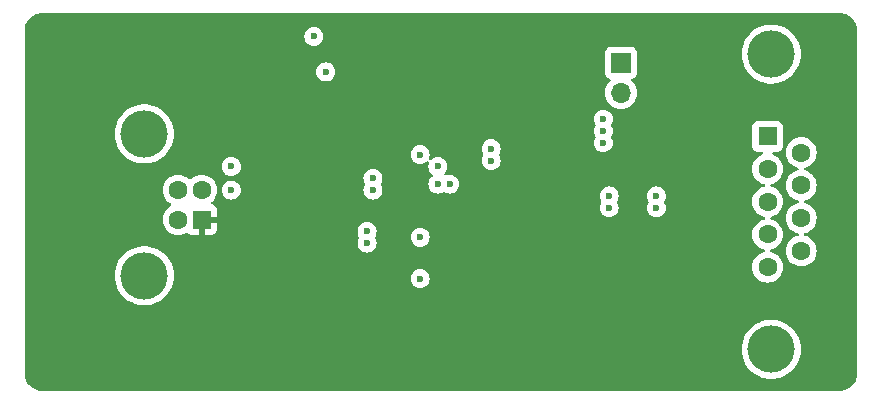
<source format=gbr>
%TF.GenerationSoftware,KiCad,Pcbnew,8.0.1*%
%TF.CreationDate,2024-05-16T00:38:26+09:00*%
%TF.ProjectId,USB-to-RS485-Converter-Small,5553422d-746f-42d5-9253-3438352d436f,1.0*%
%TF.SameCoordinates,Original*%
%TF.FileFunction,Copper,L2,Inr*%
%TF.FilePolarity,Positive*%
%FSLAX46Y46*%
G04 Gerber Fmt 4.6, Leading zero omitted, Abs format (unit mm)*
G04 Created by KiCad (PCBNEW 8.0.1) date 2024-05-16 00:38:26*
%MOMM*%
%LPD*%
G01*
G04 APERTURE LIST*
%TA.AperFunction,ComponentPad*%
%ADD10R,1.600000X1.600000*%
%TD*%
%TA.AperFunction,ComponentPad*%
%ADD11C,1.600000*%
%TD*%
%TA.AperFunction,ComponentPad*%
%ADD12C,4.000000*%
%TD*%
%TA.AperFunction,ComponentPad*%
%ADD13R,1.700000X1.700000*%
%TD*%
%TA.AperFunction,ComponentPad*%
%ADD14O,1.700000X1.700000*%
%TD*%
%TA.AperFunction,ViaPad*%
%ADD15C,0.600000*%
%TD*%
G04 APERTURE END LIST*
D10*
%TO.N,/VCC*%
%TO.C,J2*%
X124187500Y-102087500D03*
D11*
%TO.N,Net-(J2-D-)*%
X124187500Y-99587500D03*
%TO.N,Net-(J2-D+)*%
X122187500Y-99587500D03*
%TO.N,/GND*%
X122187500Y-102087500D03*
D12*
X119327500Y-106837500D03*
X119327500Y-94837500D03*
%TD*%
D13*
%TO.N,Net-(D5-A1)*%
%TO.C,J1*%
X159687500Y-88812500D03*
D14*
%TO.N,Net-(J1-Pin_2)*%
X159687500Y-91352500D03*
%TD*%
D12*
%TO.N,/GND*%
%TO.C,J3*%
X172407169Y-113077500D03*
X172407169Y-88077500D03*
D10*
%TO.N,unconnected-(J3-Pad1)*%
X172107169Y-95037500D03*
D11*
%TO.N,unconnected-(J3-Pad2)*%
X172107169Y-97807500D03*
%TO.N,Net-(FL1-Pad4)*%
X172107169Y-100577500D03*
%TO.N,unconnected-(J3-Pad4)*%
X172107169Y-103347500D03*
%TO.N,/GND*%
X172107169Y-106117500D03*
%TO.N,unconnected-(J3-Pad6)*%
X174947169Y-96422500D03*
%TO.N,Net-(FL1-Pad3)*%
X174947169Y-99192500D03*
%TO.N,unconnected-(J3-Pad8)*%
X174947169Y-101962500D03*
%TO.N,unconnected-(J3-Pad9)*%
X174947169Y-104732500D03*
%TD*%
D15*
%TO.N,/GND*%
X148687500Y-96087500D03*
X162687500Y-100087500D03*
X158187500Y-93587500D03*
X138687500Y-98587500D03*
X158187500Y-95587500D03*
X144187500Y-99087500D03*
X138687500Y-99587500D03*
X158687500Y-100087500D03*
X145187500Y-99087500D03*
X158187500Y-94587500D03*
X158687500Y-101087500D03*
X162687500Y-101087500D03*
X148687500Y-97087500D03*
%TO.N,Net-(U1-3V3OUT)*%
X142687500Y-103587500D03*
X142687500Y-107087500D03*
%TO.N,{slash}TXLED*%
X142687500Y-96587500D03*
X133687500Y-86587500D03*
%TO.N,{slash}RXLED*%
X144187500Y-97587500D03*
X134687500Y-89587500D03*
%TO.N,Net-(J2-D+)*%
X126687500Y-97587500D03*
X138187500Y-104087500D03*
%TO.N,Net-(J2-D-)*%
X138187500Y-103087500D03*
X126687500Y-99587500D03*
%TD*%
%TA.AperFunction,Conductor*%
%TO.N,/VCC*%
G36*
X178191918Y-84588316D02*
G01*
X178392061Y-84602630D01*
X178409563Y-84605147D01*
X178601297Y-84646855D01*
X178618255Y-84651834D01*
X178802109Y-84720409D01*
X178818201Y-84727759D01*
X178990404Y-84821788D01*
X179005284Y-84831349D01*
X179162367Y-84948941D01*
X179175737Y-84960527D01*
X179314472Y-85099262D01*
X179326058Y-85112632D01*
X179443646Y-85269710D01*
X179453211Y-85284595D01*
X179547240Y-85456798D01*
X179554590Y-85472890D01*
X179623162Y-85656736D01*
X179628146Y-85673712D01*
X179669851Y-85865431D01*
X179672369Y-85882942D01*
X179686684Y-86083080D01*
X179687000Y-86091927D01*
X179687000Y-115083072D01*
X179686684Y-115091919D01*
X179672369Y-115292057D01*
X179669851Y-115309568D01*
X179628146Y-115501287D01*
X179623162Y-115518263D01*
X179554590Y-115702109D01*
X179547240Y-115718201D01*
X179453211Y-115890404D01*
X179443646Y-115905289D01*
X179326058Y-116062367D01*
X179314472Y-116075737D01*
X179175737Y-116214472D01*
X179162367Y-116226058D01*
X179005289Y-116343646D01*
X178990404Y-116353211D01*
X178818201Y-116447240D01*
X178802109Y-116454590D01*
X178618263Y-116523162D01*
X178601287Y-116528146D01*
X178409568Y-116569851D01*
X178392057Y-116572369D01*
X178211279Y-116585299D01*
X178191917Y-116586684D01*
X178183072Y-116587000D01*
X110691928Y-116587000D01*
X110683082Y-116586684D01*
X110661122Y-116585113D01*
X110482942Y-116572369D01*
X110465431Y-116569851D01*
X110273712Y-116528146D01*
X110256736Y-116523162D01*
X110072890Y-116454590D01*
X110056798Y-116447240D01*
X109884595Y-116353211D01*
X109869710Y-116343646D01*
X109712632Y-116226058D01*
X109699262Y-116214472D01*
X109560527Y-116075737D01*
X109548941Y-116062367D01*
X109431349Y-115905284D01*
X109421788Y-115890404D01*
X109327759Y-115718201D01*
X109320409Y-115702109D01*
X109259591Y-115539051D01*
X109251834Y-115518255D01*
X109246855Y-115501297D01*
X109205147Y-115309563D01*
X109202630Y-115292056D01*
X109195539Y-115192916D01*
X109188316Y-115091918D01*
X109188000Y-115083072D01*
X109188000Y-113077505D01*
X169901725Y-113077505D01*
X169921479Y-113391504D01*
X169921480Y-113391511D01*
X169980439Y-113700583D01*
X170077666Y-113999816D01*
X170077668Y-113999821D01*
X170211630Y-114284503D01*
X170211633Y-114284509D01*
X170380220Y-114550161D01*
X170380223Y-114550165D01*
X170580775Y-114792590D01*
X170580777Y-114792592D01*
X170810137Y-115007976D01*
X170810147Y-115007984D01*
X171064673Y-115192908D01*
X171064678Y-115192910D01*
X171064685Y-115192916D01*
X171340403Y-115344494D01*
X171340408Y-115344496D01*
X171340410Y-115344497D01*
X171340411Y-115344498D01*
X171632940Y-115460318D01*
X171632943Y-115460319D01*
X171826275Y-115509958D01*
X171937696Y-115538566D01*
X172003179Y-115546838D01*
X172249839Y-115577999D01*
X172249848Y-115577999D01*
X172249851Y-115578000D01*
X172249853Y-115578000D01*
X172564485Y-115578000D01*
X172564487Y-115578000D01*
X172564490Y-115577999D01*
X172564498Y-115577999D01*
X172750762Y-115554468D01*
X172876642Y-115538566D01*
X173181394Y-115460319D01*
X173181397Y-115460318D01*
X173473926Y-115344498D01*
X173473927Y-115344497D01*
X173473925Y-115344497D01*
X173473935Y-115344494D01*
X173749653Y-115192916D01*
X174004199Y-115007978D01*
X174233559Y-114792594D01*
X174434116Y-114550163D01*
X174602706Y-114284507D01*
X174736672Y-113999815D01*
X174833900Y-113700579D01*
X174892857Y-113391515D01*
X174912613Y-113077500D01*
X174892857Y-112763485D01*
X174833900Y-112454421D01*
X174736672Y-112155185D01*
X174602706Y-111870493D01*
X174434116Y-111604837D01*
X174434114Y-111604834D01*
X174233562Y-111362409D01*
X174233560Y-111362407D01*
X174004200Y-111147023D01*
X174004190Y-111147015D01*
X173749664Y-110962091D01*
X173749657Y-110962086D01*
X173749653Y-110962084D01*
X173473935Y-110810506D01*
X173473932Y-110810504D01*
X173473927Y-110810502D01*
X173473926Y-110810501D01*
X173181397Y-110694681D01*
X173181394Y-110694680D01*
X172876645Y-110616434D01*
X172876632Y-110616432D01*
X172564498Y-110577000D01*
X172564487Y-110577000D01*
X172249851Y-110577000D01*
X172249839Y-110577000D01*
X171937705Y-110616432D01*
X171937692Y-110616434D01*
X171632943Y-110694680D01*
X171632940Y-110694681D01*
X171340411Y-110810501D01*
X171340410Y-110810502D01*
X171064685Y-110962084D01*
X171064673Y-110962091D01*
X170810147Y-111147015D01*
X170810137Y-111147023D01*
X170580777Y-111362407D01*
X170580775Y-111362409D01*
X170380223Y-111604834D01*
X170380220Y-111604838D01*
X170211633Y-111870490D01*
X170211630Y-111870496D01*
X170077668Y-112155178D01*
X170077666Y-112155183D01*
X169980439Y-112454416D01*
X169921480Y-112763488D01*
X169921479Y-112763495D01*
X169901725Y-113077494D01*
X169901725Y-113077505D01*
X109188000Y-113077505D01*
X109188000Y-106837505D01*
X116822056Y-106837505D01*
X116841810Y-107151504D01*
X116841811Y-107151511D01*
X116841812Y-107151515D01*
X116896275Y-107437023D01*
X116900770Y-107460583D01*
X116997997Y-107759816D01*
X116997999Y-107759821D01*
X117131961Y-108044503D01*
X117131964Y-108044509D01*
X117300551Y-108310161D01*
X117300554Y-108310165D01*
X117501106Y-108552590D01*
X117501108Y-108552592D01*
X117730468Y-108767976D01*
X117730478Y-108767984D01*
X117985004Y-108952908D01*
X117985009Y-108952910D01*
X117985016Y-108952916D01*
X118260734Y-109104494D01*
X118260739Y-109104496D01*
X118260741Y-109104497D01*
X118260742Y-109104498D01*
X118553271Y-109220318D01*
X118553274Y-109220319D01*
X118858023Y-109298565D01*
X118858027Y-109298566D01*
X118923510Y-109306838D01*
X119170170Y-109337999D01*
X119170179Y-109337999D01*
X119170182Y-109338000D01*
X119170184Y-109338000D01*
X119484816Y-109338000D01*
X119484818Y-109338000D01*
X119484821Y-109337999D01*
X119484829Y-109337999D01*
X119671093Y-109314468D01*
X119796973Y-109298566D01*
X120101725Y-109220319D01*
X120101728Y-109220318D01*
X120394257Y-109104498D01*
X120394258Y-109104497D01*
X120394256Y-109104497D01*
X120394266Y-109104494D01*
X120669984Y-108952916D01*
X120924530Y-108767978D01*
X121153890Y-108552594D01*
X121354447Y-108310163D01*
X121523037Y-108044507D01*
X121657003Y-107759815D01*
X121754231Y-107460579D01*
X121813188Y-107151515D01*
X121815325Y-107117547D01*
X121817215Y-107087503D01*
X141881935Y-107087503D01*
X141902130Y-107266749D01*
X141902131Y-107266754D01*
X141961711Y-107437023D01*
X141976515Y-107460583D01*
X142057684Y-107589762D01*
X142185238Y-107717316D01*
X142337978Y-107813289D01*
X142508245Y-107872868D01*
X142508250Y-107872869D01*
X142687496Y-107893065D01*
X142687500Y-107893065D01*
X142687504Y-107893065D01*
X142866749Y-107872869D01*
X142866752Y-107872868D01*
X142866755Y-107872868D01*
X143037022Y-107813289D01*
X143189762Y-107717316D01*
X143317316Y-107589762D01*
X143413289Y-107437022D01*
X143472868Y-107266755D01*
X143472869Y-107266749D01*
X143493065Y-107087503D01*
X143493065Y-107087496D01*
X143472869Y-106908250D01*
X143472868Y-106908245D01*
X143413288Y-106737976D01*
X143317315Y-106585237D01*
X143189762Y-106457684D01*
X143037023Y-106361711D01*
X142866754Y-106302131D01*
X142866749Y-106302130D01*
X142687504Y-106281935D01*
X142687496Y-106281935D01*
X142508250Y-106302130D01*
X142508245Y-106302131D01*
X142337976Y-106361711D01*
X142185237Y-106457684D01*
X142057684Y-106585237D01*
X141961711Y-106737976D01*
X141902131Y-106908245D01*
X141902130Y-106908250D01*
X141881935Y-107087496D01*
X141881935Y-107087503D01*
X121817215Y-107087503D01*
X121832944Y-106837505D01*
X121832944Y-106837494D01*
X121813189Y-106523495D01*
X121813188Y-106523488D01*
X121813188Y-106523485D01*
X121754231Y-106214421D01*
X121722740Y-106117501D01*
X170801701Y-106117501D01*
X170821533Y-106344186D01*
X170821535Y-106344197D01*
X170880427Y-106563988D01*
X170880430Y-106563997D01*
X170976600Y-106770232D01*
X170976601Y-106770234D01*
X171107123Y-106956641D01*
X171268027Y-107117545D01*
X171268030Y-107117547D01*
X171454435Y-107248068D01*
X171660673Y-107344239D01*
X171880477Y-107403135D01*
X172042399Y-107417301D01*
X172107167Y-107422968D01*
X172107169Y-107422968D01*
X172107171Y-107422968D01*
X172163842Y-107418009D01*
X172333861Y-107403135D01*
X172553665Y-107344239D01*
X172759903Y-107248068D01*
X172946308Y-107117547D01*
X173107216Y-106956639D01*
X173237737Y-106770234D01*
X173333908Y-106563996D01*
X173392804Y-106344192D01*
X173412637Y-106117500D01*
X173392804Y-105890808D01*
X173333908Y-105671004D01*
X173237737Y-105464766D01*
X173107216Y-105278361D01*
X173107214Y-105278358D01*
X172946310Y-105117454D01*
X172759903Y-104986932D01*
X172759901Y-104986931D01*
X172553666Y-104890761D01*
X172553657Y-104890758D01*
X172431135Y-104857929D01*
X172410031Y-104852274D01*
X172350371Y-104815910D01*
X172319842Y-104753063D01*
X172322301Y-104732501D01*
X173641701Y-104732501D01*
X173661533Y-104959186D01*
X173661535Y-104959197D01*
X173720427Y-105178988D01*
X173720430Y-105178997D01*
X173816600Y-105385232D01*
X173816601Y-105385234D01*
X173947123Y-105571641D01*
X174108027Y-105732545D01*
X174108030Y-105732547D01*
X174294435Y-105863068D01*
X174500673Y-105959239D01*
X174720477Y-106018135D01*
X174882399Y-106032301D01*
X174947167Y-106037968D01*
X174947169Y-106037968D01*
X174947171Y-106037968D01*
X175003842Y-106033009D01*
X175173861Y-106018135D01*
X175393665Y-105959239D01*
X175599903Y-105863068D01*
X175786308Y-105732547D01*
X175947216Y-105571639D01*
X176077737Y-105385234D01*
X176173908Y-105178996D01*
X176232804Y-104959192D01*
X176252637Y-104732500D01*
X176251308Y-104717315D01*
X176232804Y-104505813D01*
X176232804Y-104505808D01*
X176173908Y-104286004D01*
X176077737Y-104079766D01*
X175947216Y-103893361D01*
X175947214Y-103893358D01*
X175786310Y-103732454D01*
X175599903Y-103601932D01*
X175599901Y-103601931D01*
X175393666Y-103505761D01*
X175393657Y-103505758D01*
X175271135Y-103472929D01*
X175250031Y-103467274D01*
X175190371Y-103430910D01*
X175159842Y-103368063D01*
X175168137Y-103298688D01*
X175212622Y-103244810D01*
X175250031Y-103227725D01*
X175393665Y-103189239D01*
X175599903Y-103093068D01*
X175786308Y-102962547D01*
X175947216Y-102801639D01*
X176077737Y-102615234D01*
X176173908Y-102408996D01*
X176232804Y-102189192D01*
X176252637Y-101962500D01*
X176248366Y-101913688D01*
X176243944Y-101863135D01*
X176232804Y-101735808D01*
X176173908Y-101516004D01*
X176077737Y-101309766D01*
X175947216Y-101123361D01*
X175947214Y-101123358D01*
X175786310Y-100962454D01*
X175599903Y-100831932D01*
X175599901Y-100831931D01*
X175393666Y-100735761D01*
X175393657Y-100735758D01*
X175271135Y-100702929D01*
X175250031Y-100697274D01*
X175190371Y-100660910D01*
X175159842Y-100598063D01*
X175168137Y-100528688D01*
X175212622Y-100474810D01*
X175250031Y-100457725D01*
X175393665Y-100419239D01*
X175599903Y-100323068D01*
X175786308Y-100192547D01*
X175947216Y-100031639D01*
X176077737Y-99845234D01*
X176173908Y-99638996D01*
X176232804Y-99419192D01*
X176252637Y-99192500D01*
X176248366Y-99143688D01*
X176237679Y-99021529D01*
X176232804Y-98965808D01*
X176173908Y-98746004D01*
X176077737Y-98539766D01*
X175953063Y-98361711D01*
X175947214Y-98353358D01*
X175786310Y-98192454D01*
X175599903Y-98061932D01*
X175599901Y-98061931D01*
X175393666Y-97965761D01*
X175393657Y-97965758D01*
X175271135Y-97932929D01*
X175250031Y-97927274D01*
X175190371Y-97890910D01*
X175159842Y-97828063D01*
X175168137Y-97758688D01*
X175212622Y-97704810D01*
X175250031Y-97687725D01*
X175393665Y-97649239D01*
X175599903Y-97553068D01*
X175786308Y-97422547D01*
X175947216Y-97261639D01*
X176077737Y-97075234D01*
X176173908Y-96868996D01*
X176232804Y-96649192D01*
X176251366Y-96437024D01*
X176252637Y-96422501D01*
X176252637Y-96422498D01*
X176242809Y-96310163D01*
X176232804Y-96195808D01*
X176173908Y-95976004D01*
X176077737Y-95769766D01*
X175947216Y-95583361D01*
X175947214Y-95583358D01*
X175786310Y-95422454D01*
X175599903Y-95291932D01*
X175599901Y-95291931D01*
X175393666Y-95195761D01*
X175393657Y-95195758D01*
X175173866Y-95136866D01*
X175173862Y-95136865D01*
X175173861Y-95136865D01*
X175173860Y-95136864D01*
X175173855Y-95136864D01*
X174947171Y-95117032D01*
X174947167Y-95117032D01*
X174720482Y-95136864D01*
X174720471Y-95136866D01*
X174500680Y-95195758D01*
X174500671Y-95195761D01*
X174294436Y-95291931D01*
X174294434Y-95291932D01*
X174108027Y-95422454D01*
X173947123Y-95583358D01*
X173816601Y-95769765D01*
X173816600Y-95769767D01*
X173720430Y-95976002D01*
X173720427Y-95976011D01*
X173661535Y-96195802D01*
X173661533Y-96195813D01*
X173641701Y-96422498D01*
X173641701Y-96422501D01*
X173661533Y-96649186D01*
X173661535Y-96649197D01*
X173720427Y-96868988D01*
X173720430Y-96868997D01*
X173816600Y-97075232D01*
X173816601Y-97075234D01*
X173947123Y-97261641D01*
X174108027Y-97422545D01*
X174108030Y-97422547D01*
X174294435Y-97553068D01*
X174500673Y-97649239D01*
X174500678Y-97649240D01*
X174500680Y-97649241D01*
X174644305Y-97687725D01*
X174703966Y-97724090D01*
X174734495Y-97786937D01*
X174726200Y-97856312D01*
X174681715Y-97910190D01*
X174644305Y-97927275D01*
X174500680Y-97965758D01*
X174500671Y-97965761D01*
X174294436Y-98061931D01*
X174294434Y-98061932D01*
X174108027Y-98192454D01*
X173947123Y-98353358D01*
X173816601Y-98539765D01*
X173816600Y-98539767D01*
X173720430Y-98746002D01*
X173720427Y-98746011D01*
X173661535Y-98965802D01*
X173661533Y-98965813D01*
X173641701Y-99192498D01*
X173641701Y-99192501D01*
X173661533Y-99419186D01*
X173661535Y-99419197D01*
X173720427Y-99638988D01*
X173720430Y-99638997D01*
X173816600Y-99845232D01*
X173816601Y-99845234D01*
X173947123Y-100031641D01*
X174108027Y-100192545D01*
X174108030Y-100192547D01*
X174294435Y-100323068D01*
X174500673Y-100419239D01*
X174500678Y-100419240D01*
X174500680Y-100419241D01*
X174644305Y-100457725D01*
X174703966Y-100494090D01*
X174734495Y-100556937D01*
X174726200Y-100626312D01*
X174681715Y-100680190D01*
X174644305Y-100697275D01*
X174500680Y-100735758D01*
X174500671Y-100735761D01*
X174294436Y-100831931D01*
X174294434Y-100831932D01*
X174108027Y-100962454D01*
X173947123Y-101123358D01*
X173816601Y-101309765D01*
X173816600Y-101309767D01*
X173720430Y-101516002D01*
X173720427Y-101516011D01*
X173661535Y-101735802D01*
X173661533Y-101735813D01*
X173641701Y-101962498D01*
X173641701Y-101962501D01*
X173661533Y-102189186D01*
X173661535Y-102189197D01*
X173720427Y-102408988D01*
X173720430Y-102408997D01*
X173816600Y-102615232D01*
X173816601Y-102615234D01*
X173947123Y-102801641D01*
X174108027Y-102962545D01*
X174108030Y-102962547D01*
X174294435Y-103093068D01*
X174500673Y-103189239D01*
X174500678Y-103189240D01*
X174500680Y-103189241D01*
X174644305Y-103227725D01*
X174703966Y-103264090D01*
X174734495Y-103326937D01*
X174726200Y-103396312D01*
X174681715Y-103450190D01*
X174644305Y-103467275D01*
X174500680Y-103505758D01*
X174500671Y-103505761D01*
X174294436Y-103601931D01*
X174294434Y-103601932D01*
X174108027Y-103732454D01*
X173947123Y-103893358D01*
X173816601Y-104079765D01*
X173816600Y-104079767D01*
X173720430Y-104286002D01*
X173720427Y-104286011D01*
X173661535Y-104505802D01*
X173661533Y-104505813D01*
X173641701Y-104732498D01*
X173641701Y-104732501D01*
X172322301Y-104732501D01*
X172328137Y-104683688D01*
X172372622Y-104629810D01*
X172410031Y-104612725D01*
X172553665Y-104574239D01*
X172759903Y-104478068D01*
X172946308Y-104347547D01*
X173107216Y-104186639D01*
X173237737Y-104000234D01*
X173333908Y-103793996D01*
X173392804Y-103574192D01*
X173412637Y-103347500D01*
X173408366Y-103298688D01*
X173398549Y-103186475D01*
X173392804Y-103120808D01*
X173333908Y-102901004D01*
X173237737Y-102694766D01*
X173107216Y-102508361D01*
X173107214Y-102508358D01*
X172946310Y-102347454D01*
X172759903Y-102216932D01*
X172759901Y-102216931D01*
X172553666Y-102120761D01*
X172553657Y-102120758D01*
X172429525Y-102087498D01*
X172410031Y-102082274D01*
X172350371Y-102045910D01*
X172319842Y-101983063D01*
X172328137Y-101913688D01*
X172372622Y-101859810D01*
X172410031Y-101842725D01*
X172553665Y-101804239D01*
X172759903Y-101708068D01*
X172946308Y-101577547D01*
X173107216Y-101416639D01*
X173237737Y-101230234D01*
X173333908Y-101023996D01*
X173392804Y-100804192D01*
X173411873Y-100586236D01*
X173412637Y-100577501D01*
X173412637Y-100577498D01*
X173400347Y-100437022D01*
X173392804Y-100350808D01*
X173333908Y-100131004D01*
X173237737Y-99924766D01*
X173107216Y-99738361D01*
X173107214Y-99738358D01*
X172946310Y-99577454D01*
X172759903Y-99446932D01*
X172759901Y-99446931D01*
X172553666Y-99350761D01*
X172553657Y-99350758D01*
X172431135Y-99317929D01*
X172410031Y-99312274D01*
X172350371Y-99275910D01*
X172319842Y-99213063D01*
X172328137Y-99143688D01*
X172372622Y-99089810D01*
X172410031Y-99072725D01*
X172553665Y-99034239D01*
X172759903Y-98938068D01*
X172946308Y-98807547D01*
X173107216Y-98646639D01*
X173237737Y-98460234D01*
X173333908Y-98253996D01*
X173392804Y-98034192D01*
X173412637Y-97807500D01*
X173412167Y-97802132D01*
X173393587Y-97589762D01*
X173392804Y-97580808D01*
X173333908Y-97361004D01*
X173237737Y-97154766D01*
X173107216Y-96968361D01*
X173107214Y-96968358D01*
X172946310Y-96807454D01*
X172759903Y-96676932D01*
X172759901Y-96676931D01*
X172553666Y-96580761D01*
X172548571Y-96578907D01*
X172549328Y-96576825D01*
X172497786Y-96545408D01*
X172467257Y-96482561D01*
X172475552Y-96413186D01*
X172520038Y-96359308D01*
X172586590Y-96338034D01*
X172589521Y-96337999D01*
X172955041Y-96337999D01*
X173014652Y-96331591D01*
X173149500Y-96281296D01*
X173264715Y-96195046D01*
X173350965Y-96079831D01*
X173401260Y-95944983D01*
X173407669Y-95885373D01*
X173407668Y-94189628D01*
X173401260Y-94130017D01*
X173385874Y-94088766D01*
X173350966Y-93995171D01*
X173350962Y-93995164D01*
X173264716Y-93879955D01*
X173264713Y-93879952D01*
X173149504Y-93793706D01*
X173149497Y-93793702D01*
X173014651Y-93743408D01*
X173014652Y-93743408D01*
X172955052Y-93737001D01*
X172955050Y-93737000D01*
X172955042Y-93737000D01*
X172955033Y-93737000D01*
X171259298Y-93737000D01*
X171259292Y-93737001D01*
X171199685Y-93743408D01*
X171064840Y-93793702D01*
X171064833Y-93793706D01*
X170949624Y-93879952D01*
X170949621Y-93879955D01*
X170863375Y-93995164D01*
X170863371Y-93995171D01*
X170813077Y-94130017D01*
X170806670Y-94189616D01*
X170806670Y-94189623D01*
X170806669Y-94189635D01*
X170806669Y-95885370D01*
X170806670Y-95885376D01*
X170813077Y-95944983D01*
X170863371Y-96079828D01*
X170863375Y-96079835D01*
X170949621Y-96195044D01*
X170949624Y-96195047D01*
X171064833Y-96281293D01*
X171064840Y-96281297D01*
X171199686Y-96331591D01*
X171199685Y-96331591D01*
X171206613Y-96332335D01*
X171259296Y-96338000D01*
X171624797Y-96337999D01*
X171691834Y-96357683D01*
X171737589Y-96410487D01*
X171747533Y-96479646D01*
X171718508Y-96543201D01*
X171665232Y-96577439D01*
X171665767Y-96578907D01*
X171660671Y-96580761D01*
X171454436Y-96676931D01*
X171454434Y-96676932D01*
X171268027Y-96807454D01*
X171107123Y-96968358D01*
X170976601Y-97154765D01*
X170976600Y-97154767D01*
X170880430Y-97361002D01*
X170880427Y-97361011D01*
X170821535Y-97580802D01*
X170821533Y-97580813D01*
X170801701Y-97807498D01*
X170801701Y-97807501D01*
X170821533Y-98034186D01*
X170821535Y-98034197D01*
X170880427Y-98253988D01*
X170880430Y-98253997D01*
X170976600Y-98460232D01*
X170976601Y-98460234D01*
X171107123Y-98646641D01*
X171268027Y-98807545D01*
X171268030Y-98807547D01*
X171454435Y-98938068D01*
X171660673Y-99034239D01*
X171660678Y-99034240D01*
X171660680Y-99034241D01*
X171804305Y-99072725D01*
X171863966Y-99109090D01*
X171894495Y-99171937D01*
X171886200Y-99241312D01*
X171841715Y-99295190D01*
X171804305Y-99312275D01*
X171660680Y-99350758D01*
X171660671Y-99350761D01*
X171454436Y-99446931D01*
X171454434Y-99446932D01*
X171268027Y-99577454D01*
X171107123Y-99738358D01*
X170976601Y-99924765D01*
X170976600Y-99924767D01*
X170880430Y-100131002D01*
X170880427Y-100131011D01*
X170821535Y-100350802D01*
X170821533Y-100350813D01*
X170801701Y-100577498D01*
X170801701Y-100577501D01*
X170821533Y-100804186D01*
X170821535Y-100804197D01*
X170880427Y-101023988D01*
X170880430Y-101023997D01*
X170976600Y-101230232D01*
X170976601Y-101230234D01*
X171107123Y-101416641D01*
X171268027Y-101577545D01*
X171268030Y-101577547D01*
X171454435Y-101708068D01*
X171660673Y-101804239D01*
X171660678Y-101804240D01*
X171660680Y-101804241D01*
X171804305Y-101842725D01*
X171863966Y-101879090D01*
X171894495Y-101941937D01*
X171886200Y-102011312D01*
X171841715Y-102065190D01*
X171804305Y-102082275D01*
X171660680Y-102120758D01*
X171660671Y-102120761D01*
X171454436Y-102216931D01*
X171454434Y-102216932D01*
X171268027Y-102347454D01*
X171107123Y-102508358D01*
X170976601Y-102694765D01*
X170976600Y-102694767D01*
X170880430Y-102901002D01*
X170880427Y-102901011D01*
X170821535Y-103120802D01*
X170821533Y-103120813D01*
X170801701Y-103347498D01*
X170801701Y-103347501D01*
X170821533Y-103574186D01*
X170821535Y-103574197D01*
X170880427Y-103793988D01*
X170880430Y-103793997D01*
X170976600Y-104000232D01*
X170976601Y-104000234D01*
X171107123Y-104186641D01*
X171268027Y-104347545D01*
X171268030Y-104347547D01*
X171454435Y-104478068D01*
X171660673Y-104574239D01*
X171660678Y-104574240D01*
X171660680Y-104574241D01*
X171804305Y-104612725D01*
X171863966Y-104649090D01*
X171894495Y-104711937D01*
X171886200Y-104781312D01*
X171841715Y-104835190D01*
X171804305Y-104852275D01*
X171660680Y-104890758D01*
X171660671Y-104890761D01*
X171454436Y-104986931D01*
X171454434Y-104986932D01*
X171268027Y-105117454D01*
X171107123Y-105278358D01*
X170976601Y-105464765D01*
X170976600Y-105464767D01*
X170880430Y-105671002D01*
X170880427Y-105671011D01*
X170821535Y-105890802D01*
X170821533Y-105890813D01*
X170801701Y-106117498D01*
X170801701Y-106117501D01*
X121722740Y-106117501D01*
X121657003Y-105915185D01*
X121645534Y-105890813D01*
X121523038Y-105630496D01*
X121523037Y-105630493D01*
X121485687Y-105571639D01*
X121354448Y-105364838D01*
X121354445Y-105364834D01*
X121153893Y-105122409D01*
X121153891Y-105122407D01*
X120924531Y-104907023D01*
X120924521Y-104907015D01*
X120669995Y-104722091D01*
X120669988Y-104722086D01*
X120669984Y-104722084D01*
X120394266Y-104570506D01*
X120394263Y-104570504D01*
X120394258Y-104570502D01*
X120394257Y-104570501D01*
X120101728Y-104454681D01*
X120101725Y-104454680D01*
X119796976Y-104376434D01*
X119796963Y-104376432D01*
X119484829Y-104337000D01*
X119484818Y-104337000D01*
X119170182Y-104337000D01*
X119170170Y-104337000D01*
X118858036Y-104376432D01*
X118858023Y-104376434D01*
X118553274Y-104454680D01*
X118553271Y-104454681D01*
X118260742Y-104570501D01*
X118260741Y-104570502D01*
X117985016Y-104722084D01*
X117985004Y-104722091D01*
X117730478Y-104907015D01*
X117730468Y-104907023D01*
X117501108Y-105122407D01*
X117501106Y-105122409D01*
X117300554Y-105364834D01*
X117300551Y-105364838D01*
X117131964Y-105630490D01*
X117131961Y-105630496D01*
X116997999Y-105915178D01*
X116997997Y-105915183D01*
X116900770Y-106214416D01*
X116841811Y-106523488D01*
X116841810Y-106523495D01*
X116822056Y-106837494D01*
X116822056Y-106837505D01*
X109188000Y-106837505D01*
X109188000Y-104087503D01*
X137381935Y-104087503D01*
X137402130Y-104266749D01*
X137402131Y-104266754D01*
X137461711Y-104437023D01*
X137504928Y-104505802D01*
X137557684Y-104589762D01*
X137685238Y-104717316D01*
X137837978Y-104813289D01*
X137949394Y-104852275D01*
X138008245Y-104872868D01*
X138008250Y-104872869D01*
X138187496Y-104893065D01*
X138187500Y-104893065D01*
X138187504Y-104893065D01*
X138366749Y-104872869D01*
X138366752Y-104872868D01*
X138366755Y-104872868D01*
X138537022Y-104813289D01*
X138689762Y-104717316D01*
X138817316Y-104589762D01*
X138913289Y-104437022D01*
X138972868Y-104266755D01*
X138972869Y-104266749D01*
X138993065Y-104087503D01*
X138993065Y-104087496D01*
X138972869Y-103908250D01*
X138972868Y-103908245D01*
X138913288Y-103737975D01*
X138860191Y-103653473D01*
X138841548Y-103587503D01*
X141881935Y-103587503D01*
X141902130Y-103766749D01*
X141902131Y-103766754D01*
X141961711Y-103937023D01*
X142051402Y-104079765D01*
X142057684Y-104089762D01*
X142185238Y-104217316D01*
X142337978Y-104313289D01*
X142435876Y-104347545D01*
X142508245Y-104372868D01*
X142508250Y-104372869D01*
X142687496Y-104393065D01*
X142687500Y-104393065D01*
X142687504Y-104393065D01*
X142866749Y-104372869D01*
X142866752Y-104372868D01*
X142866755Y-104372868D01*
X143037022Y-104313289D01*
X143189762Y-104217316D01*
X143317316Y-104089762D01*
X143413289Y-103937022D01*
X143472868Y-103766755D01*
X143472869Y-103766749D01*
X143493065Y-103587503D01*
X143493065Y-103587496D01*
X143472869Y-103408250D01*
X143472868Y-103408245D01*
X143444417Y-103326937D01*
X143413289Y-103237978D01*
X143400779Y-103218069D01*
X143322235Y-103093067D01*
X143317316Y-103085238D01*
X143189762Y-102957684D01*
X143154181Y-102935327D01*
X143037023Y-102861711D01*
X142866754Y-102802131D01*
X142866749Y-102802130D01*
X142687504Y-102781935D01*
X142687496Y-102781935D01*
X142508250Y-102802130D01*
X142508245Y-102802131D01*
X142337976Y-102861711D01*
X142185237Y-102957684D01*
X142057684Y-103085237D01*
X141961711Y-103237976D01*
X141902131Y-103408245D01*
X141902130Y-103408250D01*
X141881935Y-103587496D01*
X141881935Y-103587503D01*
X138841548Y-103587503D01*
X138841190Y-103586236D01*
X138860191Y-103521527D01*
X138913288Y-103437024D01*
X138913289Y-103437022D01*
X138972868Y-103266755D01*
X138972869Y-103266749D01*
X138993065Y-103087503D01*
X138993065Y-103087496D01*
X138972869Y-102908250D01*
X138972868Y-102908245D01*
X138935737Y-102802130D01*
X138913289Y-102737978D01*
X138886136Y-102694765D01*
X138817315Y-102585237D01*
X138689762Y-102457684D01*
X138537023Y-102361711D01*
X138366754Y-102302131D01*
X138366749Y-102302130D01*
X138187504Y-102281935D01*
X138187496Y-102281935D01*
X138008250Y-102302130D01*
X138008245Y-102302131D01*
X137837976Y-102361711D01*
X137685237Y-102457684D01*
X137557684Y-102585237D01*
X137461711Y-102737976D01*
X137402131Y-102908245D01*
X137402130Y-102908250D01*
X137381935Y-103087496D01*
X137381935Y-103087503D01*
X137402130Y-103266749D01*
X137402133Y-103266762D01*
X137461709Y-103437020D01*
X137514809Y-103521529D01*
X137533809Y-103588766D01*
X137514809Y-103653471D01*
X137461709Y-103737979D01*
X137402133Y-103908237D01*
X137402130Y-103908250D01*
X137381935Y-104087496D01*
X137381935Y-104087503D01*
X109188000Y-104087503D01*
X109188000Y-102087501D01*
X120882032Y-102087501D01*
X120901864Y-102314186D01*
X120901866Y-102314197D01*
X120960758Y-102533988D01*
X120960761Y-102533997D01*
X121056931Y-102740232D01*
X121056932Y-102740234D01*
X121187454Y-102926641D01*
X121348358Y-103087545D01*
X121348361Y-103087547D01*
X121534766Y-103218068D01*
X121741004Y-103314239D01*
X121960808Y-103373135D01*
X122122730Y-103387301D01*
X122187498Y-103392968D01*
X122187500Y-103392968D01*
X122187502Y-103392968D01*
X122250011Y-103387499D01*
X122414192Y-103373135D01*
X122633996Y-103314239D01*
X122840234Y-103218068D01*
X122853464Y-103208803D01*
X122919666Y-103186475D01*
X122987434Y-103203482D01*
X123023856Y-103236067D01*
X123030306Y-103244684D01*
X123030314Y-103244691D01*
X123145406Y-103330850D01*
X123145413Y-103330854D01*
X123280120Y-103381096D01*
X123280127Y-103381098D01*
X123339655Y-103387499D01*
X123339672Y-103387500D01*
X123937500Y-103387500D01*
X123937500Y-102491645D01*
X124004157Y-102530130D01*
X124124965Y-102562500D01*
X124250035Y-102562500D01*
X124370843Y-102530130D01*
X124437500Y-102491645D01*
X124437500Y-103387500D01*
X125035328Y-103387500D01*
X125035344Y-103387499D01*
X125094872Y-103381098D01*
X125094879Y-103381096D01*
X125229586Y-103330854D01*
X125229593Y-103330850D01*
X125344687Y-103244690D01*
X125344690Y-103244687D01*
X125430850Y-103129593D01*
X125430854Y-103129586D01*
X125481096Y-102994879D01*
X125481098Y-102994872D01*
X125487499Y-102935344D01*
X125487500Y-102935327D01*
X125487500Y-102337500D01*
X124591646Y-102337500D01*
X124630130Y-102270843D01*
X124662500Y-102150035D01*
X124662500Y-102024965D01*
X124630130Y-101904157D01*
X124591646Y-101837500D01*
X125487500Y-101837500D01*
X125487500Y-101239672D01*
X125487499Y-101239655D01*
X125481098Y-101180127D01*
X125481096Y-101180120D01*
X125446552Y-101087503D01*
X157881935Y-101087503D01*
X157902130Y-101266749D01*
X157902131Y-101266754D01*
X157961711Y-101437023D01*
X158050009Y-101577547D01*
X158057684Y-101589762D01*
X158185238Y-101717316D01*
X158337978Y-101813289D01*
X158473780Y-101860808D01*
X158508245Y-101872868D01*
X158508250Y-101872869D01*
X158687496Y-101893065D01*
X158687500Y-101893065D01*
X158687504Y-101893065D01*
X158866749Y-101872869D01*
X158866752Y-101872868D01*
X158866755Y-101872868D01*
X159037022Y-101813289D01*
X159189762Y-101717316D01*
X159317316Y-101589762D01*
X159413289Y-101437022D01*
X159472868Y-101266755D01*
X159472869Y-101266749D01*
X159493065Y-101087503D01*
X161881935Y-101087503D01*
X161902130Y-101266749D01*
X161902131Y-101266754D01*
X161961711Y-101437023D01*
X162050009Y-101577547D01*
X162057684Y-101589762D01*
X162185238Y-101717316D01*
X162337978Y-101813289D01*
X162473780Y-101860808D01*
X162508245Y-101872868D01*
X162508250Y-101872869D01*
X162687496Y-101893065D01*
X162687500Y-101893065D01*
X162687504Y-101893065D01*
X162866749Y-101872869D01*
X162866752Y-101872868D01*
X162866755Y-101872868D01*
X163037022Y-101813289D01*
X163189762Y-101717316D01*
X163317316Y-101589762D01*
X163413289Y-101437022D01*
X163472868Y-101266755D01*
X163472869Y-101266749D01*
X163493065Y-101087503D01*
X163493065Y-101087496D01*
X163472869Y-100908250D01*
X163472868Y-100908245D01*
X163413288Y-100737975D01*
X163360191Y-100653473D01*
X163341190Y-100586236D01*
X163360191Y-100521527D01*
X163413288Y-100437024D01*
X163413289Y-100437022D01*
X163472868Y-100266755D01*
X163475856Y-100240234D01*
X163493065Y-100087503D01*
X163493065Y-100087496D01*
X163472869Y-99908250D01*
X163472868Y-99908245D01*
X163439641Y-99813288D01*
X163413289Y-99737978D01*
X163317316Y-99585238D01*
X163189762Y-99457684D01*
X163156879Y-99437022D01*
X163037023Y-99361711D01*
X162866754Y-99302131D01*
X162866749Y-99302130D01*
X162687504Y-99281935D01*
X162687496Y-99281935D01*
X162508250Y-99302130D01*
X162508245Y-99302131D01*
X162337976Y-99361711D01*
X162185237Y-99457684D01*
X162057684Y-99585237D01*
X161961711Y-99737976D01*
X161902131Y-99908245D01*
X161902130Y-99908250D01*
X161881935Y-100087496D01*
X161881935Y-100087503D01*
X161902130Y-100266749D01*
X161902133Y-100266762D01*
X161961709Y-100437020D01*
X162014809Y-100521529D01*
X162033809Y-100588766D01*
X162014809Y-100653471D01*
X161961709Y-100737979D01*
X161902133Y-100908237D01*
X161902130Y-100908250D01*
X161881935Y-101087496D01*
X161881935Y-101087503D01*
X159493065Y-101087503D01*
X159493065Y-101087496D01*
X159472869Y-100908250D01*
X159472868Y-100908245D01*
X159413288Y-100737975D01*
X159360191Y-100653473D01*
X159341190Y-100586236D01*
X159360191Y-100521527D01*
X159413288Y-100437024D01*
X159413289Y-100437022D01*
X159472868Y-100266755D01*
X159475856Y-100240234D01*
X159493065Y-100087503D01*
X159493065Y-100087496D01*
X159472869Y-99908250D01*
X159472868Y-99908245D01*
X159439641Y-99813288D01*
X159413289Y-99737978D01*
X159317316Y-99585238D01*
X159189762Y-99457684D01*
X159156879Y-99437022D01*
X159037023Y-99361711D01*
X158866754Y-99302131D01*
X158866749Y-99302130D01*
X158687504Y-99281935D01*
X158687496Y-99281935D01*
X158508250Y-99302130D01*
X158508245Y-99302131D01*
X158337976Y-99361711D01*
X158185237Y-99457684D01*
X158057684Y-99585237D01*
X157961711Y-99737976D01*
X157902131Y-99908245D01*
X157902130Y-99908250D01*
X157881935Y-100087496D01*
X157881935Y-100087503D01*
X157902130Y-100266749D01*
X157902133Y-100266762D01*
X157961709Y-100437020D01*
X158014809Y-100521529D01*
X158033809Y-100588766D01*
X158014809Y-100653471D01*
X157961709Y-100737979D01*
X157902133Y-100908237D01*
X157902130Y-100908250D01*
X157881935Y-101087496D01*
X157881935Y-101087503D01*
X125446552Y-101087503D01*
X125430854Y-101045413D01*
X125430850Y-101045406D01*
X125344690Y-100930312D01*
X125344687Y-100930309D01*
X125229593Y-100844149D01*
X125229586Y-100844145D01*
X125094878Y-100793902D01*
X125089158Y-100792551D01*
X125028442Y-100757977D01*
X124996057Y-100696066D01*
X125002284Y-100626474D01*
X125029991Y-100584194D01*
X125187547Y-100426639D01*
X125318068Y-100240234D01*
X125414239Y-100033996D01*
X125473135Y-99814192D01*
X125492968Y-99587503D01*
X125881935Y-99587503D01*
X125902130Y-99766749D01*
X125902131Y-99766754D01*
X125961711Y-99937023D01*
X126021163Y-100031639D01*
X126057684Y-100089762D01*
X126185238Y-100217316D01*
X126337978Y-100313289D01*
X126508245Y-100372868D01*
X126508250Y-100372869D01*
X126687496Y-100393065D01*
X126687500Y-100393065D01*
X126687504Y-100393065D01*
X126866749Y-100372869D01*
X126866752Y-100372868D01*
X126866755Y-100372868D01*
X127037022Y-100313289D01*
X127189762Y-100217316D01*
X127317316Y-100089762D01*
X127413289Y-99937022D01*
X127472868Y-99766755D01*
X127473608Y-99760191D01*
X127493065Y-99587503D01*
X137881935Y-99587503D01*
X137902130Y-99766749D01*
X137902131Y-99766754D01*
X137961711Y-99937023D01*
X138021163Y-100031639D01*
X138057684Y-100089762D01*
X138185238Y-100217316D01*
X138337978Y-100313289D01*
X138508245Y-100372868D01*
X138508250Y-100372869D01*
X138687496Y-100393065D01*
X138687500Y-100393065D01*
X138687504Y-100393065D01*
X138866749Y-100372869D01*
X138866752Y-100372868D01*
X138866755Y-100372868D01*
X139037022Y-100313289D01*
X139189762Y-100217316D01*
X139317316Y-100089762D01*
X139413289Y-99937022D01*
X139472868Y-99766755D01*
X139473608Y-99760191D01*
X139493065Y-99587503D01*
X139493065Y-99587496D01*
X139472869Y-99408250D01*
X139472868Y-99408245D01*
X139413288Y-99237975D01*
X139360191Y-99153473D01*
X139341190Y-99086236D01*
X139360191Y-99021527D01*
X139413288Y-98937024D01*
X139413289Y-98937022D01*
X139472868Y-98766755D01*
X139472869Y-98766749D01*
X139493065Y-98587503D01*
X139493065Y-98587496D01*
X139472869Y-98408250D01*
X139472868Y-98408245D01*
X139456253Y-98360761D01*
X139413289Y-98237978D01*
X139317316Y-98085238D01*
X139189762Y-97957684D01*
X139156879Y-97937022D01*
X139037023Y-97861711D01*
X138866754Y-97802131D01*
X138866749Y-97802130D01*
X138687504Y-97781935D01*
X138687496Y-97781935D01*
X138508250Y-97802130D01*
X138508245Y-97802131D01*
X138337976Y-97861711D01*
X138185237Y-97957684D01*
X138057684Y-98085237D01*
X137961711Y-98237976D01*
X137902131Y-98408245D01*
X137902130Y-98408250D01*
X137881935Y-98587496D01*
X137881935Y-98587503D01*
X137902130Y-98766749D01*
X137902133Y-98766762D01*
X137961709Y-98937020D01*
X138014809Y-99021529D01*
X138033809Y-99088766D01*
X138014809Y-99153471D01*
X137961709Y-99237979D01*
X137902133Y-99408237D01*
X137902130Y-99408250D01*
X137881935Y-99587496D01*
X137881935Y-99587503D01*
X127493065Y-99587503D01*
X127493065Y-99587496D01*
X127472869Y-99408250D01*
X127472868Y-99408245D01*
X127452752Y-99350758D01*
X127413289Y-99237978D01*
X127317316Y-99085238D01*
X127189762Y-98957684D01*
X127037023Y-98861711D01*
X126866754Y-98802131D01*
X126866749Y-98802130D01*
X126687504Y-98781935D01*
X126687496Y-98781935D01*
X126508250Y-98802130D01*
X126508245Y-98802131D01*
X126337976Y-98861711D01*
X126185237Y-98957684D01*
X126057684Y-99085237D01*
X125961711Y-99237976D01*
X125902131Y-99408245D01*
X125902130Y-99408250D01*
X125881935Y-99587496D01*
X125881935Y-99587503D01*
X125492968Y-99587503D01*
X125492968Y-99587500D01*
X125473135Y-99360808D01*
X125414239Y-99141004D01*
X125318068Y-98934766D01*
X125187547Y-98748361D01*
X125187545Y-98748358D01*
X125026641Y-98587454D01*
X124840234Y-98456932D01*
X124840232Y-98456931D01*
X124633997Y-98360761D01*
X124633988Y-98360758D01*
X124414197Y-98301866D01*
X124414193Y-98301865D01*
X124414192Y-98301865D01*
X124414191Y-98301864D01*
X124414186Y-98301864D01*
X124187502Y-98282032D01*
X124187498Y-98282032D01*
X123960813Y-98301864D01*
X123960802Y-98301866D01*
X123741011Y-98360758D01*
X123741002Y-98360761D01*
X123534767Y-98456931D01*
X123534765Y-98456932D01*
X123348358Y-98587454D01*
X123275181Y-98660632D01*
X123213858Y-98694117D01*
X123144166Y-98689133D01*
X123099819Y-98660632D01*
X123026641Y-98587454D01*
X122840234Y-98456932D01*
X122840232Y-98456931D01*
X122633997Y-98360761D01*
X122633988Y-98360758D01*
X122414197Y-98301866D01*
X122414193Y-98301865D01*
X122414192Y-98301865D01*
X122414191Y-98301864D01*
X122414186Y-98301864D01*
X122187502Y-98282032D01*
X122187498Y-98282032D01*
X121960813Y-98301864D01*
X121960802Y-98301866D01*
X121741011Y-98360758D01*
X121741002Y-98360761D01*
X121534767Y-98456931D01*
X121534765Y-98456932D01*
X121348358Y-98587454D01*
X121187454Y-98748358D01*
X121056932Y-98934765D01*
X121056931Y-98934767D01*
X120960761Y-99141002D01*
X120960758Y-99141011D01*
X120901866Y-99360802D01*
X120901864Y-99360813D01*
X120882032Y-99587498D01*
X120882032Y-99587501D01*
X120901864Y-99814186D01*
X120901866Y-99814197D01*
X120960758Y-100033988D01*
X120960761Y-100033997D01*
X121056931Y-100240232D01*
X121056932Y-100240234D01*
X121187454Y-100426641D01*
X121348358Y-100587545D01*
X121375140Y-100606298D01*
X121534766Y-100718068D01*
X121549887Y-100725119D01*
X121602325Y-100771291D01*
X121621476Y-100838485D01*
X121601260Y-100905366D01*
X121549887Y-100949880D01*
X121534766Y-100956932D01*
X121534764Y-100956933D01*
X121348358Y-101087454D01*
X121187454Y-101248358D01*
X121056932Y-101434765D01*
X121056931Y-101434767D01*
X120960761Y-101641002D01*
X120960758Y-101641011D01*
X120901866Y-101860802D01*
X120901864Y-101860813D01*
X120882032Y-102087498D01*
X120882032Y-102087501D01*
X109188000Y-102087501D01*
X109188000Y-97587503D01*
X125881935Y-97587503D01*
X125902130Y-97766749D01*
X125902131Y-97766754D01*
X125961711Y-97937023D01*
X126040197Y-98061932D01*
X126057684Y-98089762D01*
X126185238Y-98217316D01*
X126275580Y-98274082D01*
X126320221Y-98302132D01*
X126337978Y-98313289D01*
X126473637Y-98360758D01*
X126508245Y-98372868D01*
X126508250Y-98372869D01*
X126687496Y-98393065D01*
X126687500Y-98393065D01*
X126687504Y-98393065D01*
X126866749Y-98372869D01*
X126866752Y-98372868D01*
X126866755Y-98372868D01*
X127037022Y-98313289D01*
X127189762Y-98217316D01*
X127317316Y-98089762D01*
X127413289Y-97937022D01*
X127472868Y-97766755D01*
X127473777Y-97758688D01*
X127493065Y-97587503D01*
X127493065Y-97587496D01*
X127472869Y-97408250D01*
X127472868Y-97408245D01*
X127439641Y-97313288D01*
X127413289Y-97237978D01*
X127402192Y-97220318D01*
X127353938Y-97143522D01*
X127317316Y-97085238D01*
X127189762Y-96957684D01*
X127136377Y-96924140D01*
X127037023Y-96861711D01*
X126866754Y-96802131D01*
X126866749Y-96802130D01*
X126687504Y-96781935D01*
X126687496Y-96781935D01*
X126508250Y-96802130D01*
X126508245Y-96802131D01*
X126337976Y-96861711D01*
X126185237Y-96957684D01*
X126057684Y-97085237D01*
X125961711Y-97237976D01*
X125902131Y-97408245D01*
X125902130Y-97408250D01*
X125881935Y-97587496D01*
X125881935Y-97587503D01*
X109188000Y-97587503D01*
X109188000Y-94837505D01*
X116822056Y-94837505D01*
X116841810Y-95151504D01*
X116841811Y-95151511D01*
X116900770Y-95460583D01*
X116997997Y-95759816D01*
X116997999Y-95759821D01*
X117131961Y-96044503D01*
X117131964Y-96044509D01*
X117300551Y-96310161D01*
X117300554Y-96310165D01*
X117501106Y-96552590D01*
X117501108Y-96552592D01*
X117501110Y-96552594D01*
X117698525Y-96737979D01*
X117730468Y-96767976D01*
X117730478Y-96767984D01*
X117985004Y-96952908D01*
X117985009Y-96952910D01*
X117985016Y-96952916D01*
X118260734Y-97104494D01*
X118260739Y-97104496D01*
X118260741Y-97104497D01*
X118260742Y-97104498D01*
X118553271Y-97220318D01*
X118553274Y-97220319D01*
X118734127Y-97266754D01*
X118858027Y-97298566D01*
X118923510Y-97306838D01*
X119170170Y-97337999D01*
X119170179Y-97337999D01*
X119170182Y-97338000D01*
X119170184Y-97338000D01*
X119484816Y-97338000D01*
X119484818Y-97338000D01*
X119484821Y-97337999D01*
X119484829Y-97337999D01*
X119680435Y-97313288D01*
X119796973Y-97298566D01*
X120101725Y-97220319D01*
X120109310Y-97217316D01*
X120394257Y-97104498D01*
X120394258Y-97104497D01*
X120394256Y-97104497D01*
X120394266Y-97104494D01*
X120669984Y-96952916D01*
X120924530Y-96767978D01*
X121116716Y-96587503D01*
X141881935Y-96587503D01*
X141902130Y-96766749D01*
X141902131Y-96766754D01*
X141961711Y-96937023D01*
X141994750Y-96989604D01*
X142057684Y-97089762D01*
X142185238Y-97217316D01*
X142238618Y-97250857D01*
X142314546Y-97298566D01*
X142337978Y-97313289D01*
X142408598Y-97338000D01*
X142508245Y-97372868D01*
X142508250Y-97372869D01*
X142687496Y-97393065D01*
X142687500Y-97393065D01*
X142687504Y-97393065D01*
X142866749Y-97372869D01*
X142866752Y-97372868D01*
X142866755Y-97372868D01*
X143037022Y-97313289D01*
X143189762Y-97217316D01*
X143235055Y-97172022D01*
X143296376Y-97138538D01*
X143366067Y-97143522D01*
X143422001Y-97185393D01*
X143446419Y-97250857D01*
X143439777Y-97300658D01*
X143402132Y-97408242D01*
X143402130Y-97408250D01*
X143381935Y-97587496D01*
X143381935Y-97587503D01*
X143402130Y-97766749D01*
X143402131Y-97766754D01*
X143461711Y-97937023D01*
X143540197Y-98061932D01*
X143557684Y-98089762D01*
X143685238Y-98217316D01*
X143709413Y-98232506D01*
X143755704Y-98284841D01*
X143766352Y-98353895D01*
X143737977Y-98417743D01*
X143709413Y-98442494D01*
X143685237Y-98457684D01*
X143557684Y-98585237D01*
X143461711Y-98737976D01*
X143402131Y-98908245D01*
X143402130Y-98908250D01*
X143381935Y-99087496D01*
X143381935Y-99087503D01*
X143402130Y-99266749D01*
X143402131Y-99266754D01*
X143461711Y-99437023D01*
X143549950Y-99577453D01*
X143557684Y-99589762D01*
X143685238Y-99717316D01*
X143837978Y-99813289D01*
X143929266Y-99845232D01*
X144008245Y-99872868D01*
X144008250Y-99872869D01*
X144187496Y-99893065D01*
X144187500Y-99893065D01*
X144187504Y-99893065D01*
X144366749Y-99872869D01*
X144366752Y-99872868D01*
X144366755Y-99872868D01*
X144537022Y-99813289D01*
X144611081Y-99766755D01*
X144621527Y-99760191D01*
X144688764Y-99741190D01*
X144753473Y-99760191D01*
X144837975Y-99813288D01*
X145008245Y-99872868D01*
X145008250Y-99872869D01*
X145187496Y-99893065D01*
X145187500Y-99893065D01*
X145187504Y-99893065D01*
X145366749Y-99872869D01*
X145366752Y-99872868D01*
X145366755Y-99872868D01*
X145537022Y-99813289D01*
X145689762Y-99717316D01*
X145817316Y-99589762D01*
X145913289Y-99437022D01*
X145972868Y-99266755D01*
X145975735Y-99241312D01*
X145993065Y-99087503D01*
X145993065Y-99087496D01*
X145972869Y-98908250D01*
X145972868Y-98908245D01*
X145937632Y-98807547D01*
X145913289Y-98737978D01*
X145817316Y-98585238D01*
X145689762Y-98457684D01*
X145665587Y-98442494D01*
X145537023Y-98361711D01*
X145366754Y-98302131D01*
X145366749Y-98302130D01*
X145187504Y-98281935D01*
X145187496Y-98281935D01*
X145008250Y-98302130D01*
X145008242Y-98302132D01*
X144900657Y-98339778D01*
X144830878Y-98343339D01*
X144770251Y-98308610D01*
X144738024Y-98246617D01*
X144744429Y-98177041D01*
X144772021Y-98135056D01*
X144817316Y-98089762D01*
X144913289Y-97937022D01*
X144972868Y-97766755D01*
X144973777Y-97758688D01*
X144993065Y-97587503D01*
X144993065Y-97587496D01*
X144972869Y-97408250D01*
X144972868Y-97408245D01*
X144939641Y-97313288D01*
X144913289Y-97237978D01*
X144902192Y-97220318D01*
X144853938Y-97143522D01*
X144818739Y-97087503D01*
X147881935Y-97087503D01*
X147902130Y-97266749D01*
X147902131Y-97266754D01*
X147961711Y-97437023D01*
X148052054Y-97580802D01*
X148057684Y-97589762D01*
X148185238Y-97717316D01*
X148196019Y-97724090D01*
X148328761Y-97807498D01*
X148337978Y-97813289D01*
X148380200Y-97828063D01*
X148508245Y-97872868D01*
X148508250Y-97872869D01*
X148687496Y-97893065D01*
X148687500Y-97893065D01*
X148687504Y-97893065D01*
X148866749Y-97872869D01*
X148866752Y-97872868D01*
X148866755Y-97872868D01*
X149037022Y-97813289D01*
X149189762Y-97717316D01*
X149317316Y-97589762D01*
X149413289Y-97437022D01*
X149472868Y-97266755D01*
X149472869Y-97266749D01*
X149493065Y-97087503D01*
X149493065Y-97087496D01*
X149472869Y-96908250D01*
X149472868Y-96908245D01*
X149413288Y-96737975D01*
X149360191Y-96653473D01*
X149341190Y-96586236D01*
X149360191Y-96521527D01*
X149413288Y-96437024D01*
X149413289Y-96437022D01*
X149472868Y-96266755D01*
X149472869Y-96266749D01*
X149493065Y-96087503D01*
X149493065Y-96087496D01*
X149472869Y-95908250D01*
X149472868Y-95908245D01*
X149424412Y-95769765D01*
X149413289Y-95737978D01*
X149318739Y-95587503D01*
X157381935Y-95587503D01*
X157402130Y-95766749D01*
X157402131Y-95766754D01*
X157461711Y-95937023D01*
X157551442Y-96079828D01*
X157557684Y-96089762D01*
X157685238Y-96217316D01*
X157763910Y-96266749D01*
X157832999Y-96310161D01*
X157837978Y-96313289D01*
X157964849Y-96357683D01*
X158008245Y-96372868D01*
X158008250Y-96372869D01*
X158187496Y-96393065D01*
X158187500Y-96393065D01*
X158187504Y-96393065D01*
X158366749Y-96372869D01*
X158366752Y-96372868D01*
X158366755Y-96372868D01*
X158537022Y-96313289D01*
X158689762Y-96217316D01*
X158817316Y-96089762D01*
X158913289Y-95937022D01*
X158972868Y-95766755D01*
X158972869Y-95766749D01*
X158993065Y-95587503D01*
X158993065Y-95587496D01*
X158972869Y-95408250D01*
X158972868Y-95408245D01*
X158913288Y-95237975D01*
X158860191Y-95153473D01*
X158841190Y-95086236D01*
X158860191Y-95021527D01*
X158913288Y-94937024D01*
X158913289Y-94937022D01*
X158972868Y-94766755D01*
X158993065Y-94587500D01*
X158985853Y-94523495D01*
X158972869Y-94408250D01*
X158972868Y-94408245D01*
X158913288Y-94237975D01*
X158860191Y-94153473D01*
X158841190Y-94086236D01*
X158860191Y-94021527D01*
X158913288Y-93937024D01*
X158913289Y-93937022D01*
X158972868Y-93766755D01*
X158972869Y-93766749D01*
X158993065Y-93587503D01*
X158993065Y-93587496D01*
X158972869Y-93408250D01*
X158972868Y-93408245D01*
X158913288Y-93237976D01*
X158817315Y-93085237D01*
X158689762Y-92957684D01*
X158537023Y-92861711D01*
X158366754Y-92802131D01*
X158366749Y-92802130D01*
X158187504Y-92781935D01*
X158187496Y-92781935D01*
X158008250Y-92802130D01*
X158008245Y-92802131D01*
X157837976Y-92861711D01*
X157685237Y-92957684D01*
X157557684Y-93085237D01*
X157461711Y-93237976D01*
X157402131Y-93408245D01*
X157402130Y-93408250D01*
X157381935Y-93587496D01*
X157381935Y-93587503D01*
X157402130Y-93766749D01*
X157402133Y-93766762D01*
X157461709Y-93937020D01*
X157514809Y-94021529D01*
X157533809Y-94088766D01*
X157514809Y-94153471D01*
X157461709Y-94237979D01*
X157402133Y-94408237D01*
X157402130Y-94408250D01*
X157381935Y-94587496D01*
X157381935Y-94587503D01*
X157402130Y-94766749D01*
X157402133Y-94766762D01*
X157461709Y-94937020D01*
X157514809Y-95021529D01*
X157533809Y-95088766D01*
X157514809Y-95153471D01*
X157461709Y-95237979D01*
X157402133Y-95408237D01*
X157402130Y-95408250D01*
X157381935Y-95587496D01*
X157381935Y-95587503D01*
X149318739Y-95587503D01*
X149317316Y-95585238D01*
X149189762Y-95457684D01*
X149133694Y-95422454D01*
X149037023Y-95361711D01*
X148866754Y-95302131D01*
X148866749Y-95302130D01*
X148687504Y-95281935D01*
X148687496Y-95281935D01*
X148508250Y-95302130D01*
X148508245Y-95302131D01*
X148337976Y-95361711D01*
X148185237Y-95457684D01*
X148057684Y-95585237D01*
X147961711Y-95737976D01*
X147902131Y-95908245D01*
X147902130Y-95908250D01*
X147881935Y-96087496D01*
X147881935Y-96087503D01*
X147902130Y-96266749D01*
X147902133Y-96266762D01*
X147961709Y-96437020D01*
X148014809Y-96521529D01*
X148033809Y-96588766D01*
X148014809Y-96653471D01*
X147961709Y-96737979D01*
X147902133Y-96908237D01*
X147902130Y-96908250D01*
X147881935Y-97087496D01*
X147881935Y-97087503D01*
X144818739Y-97087503D01*
X144817316Y-97085238D01*
X144689762Y-96957684D01*
X144636377Y-96924140D01*
X144537023Y-96861711D01*
X144366754Y-96802131D01*
X144366749Y-96802130D01*
X144187504Y-96781935D01*
X144187496Y-96781935D01*
X144008250Y-96802130D01*
X144008245Y-96802131D01*
X143837976Y-96861711D01*
X143685237Y-96957684D01*
X143639944Y-97002977D01*
X143578621Y-97036461D01*
X143508929Y-97031476D01*
X143452996Y-96989604D01*
X143428580Y-96924140D01*
X143435223Y-96874340D01*
X143472866Y-96766762D01*
X143472869Y-96766749D01*
X143493065Y-96587503D01*
X143493065Y-96587496D01*
X143472869Y-96408250D01*
X143472868Y-96408245D01*
X143448288Y-96337999D01*
X143413289Y-96237978D01*
X143317316Y-96085238D01*
X143189762Y-95957684D01*
X143037023Y-95861711D01*
X142866754Y-95802131D01*
X142866749Y-95802130D01*
X142687504Y-95781935D01*
X142687496Y-95781935D01*
X142508250Y-95802130D01*
X142508245Y-95802131D01*
X142337976Y-95861711D01*
X142185237Y-95957684D01*
X142057684Y-96085237D01*
X141961711Y-96237976D01*
X141902131Y-96408245D01*
X141902130Y-96408250D01*
X141881935Y-96587496D01*
X141881935Y-96587503D01*
X121116716Y-96587503D01*
X121153890Y-96552594D01*
X121354447Y-96310163D01*
X121523037Y-96044507D01*
X121657003Y-95759815D01*
X121754231Y-95460579D01*
X121813188Y-95151515D01*
X121814110Y-95136864D01*
X121832944Y-94837505D01*
X121832944Y-94837494D01*
X121813189Y-94523495D01*
X121813188Y-94523488D01*
X121813188Y-94523485D01*
X121754231Y-94214421D01*
X121657003Y-93915185D01*
X121523037Y-93630493D01*
X121381998Y-93408250D01*
X121354448Y-93364838D01*
X121354445Y-93364834D01*
X121153893Y-93122409D01*
X121153891Y-93122407D01*
X120924531Y-92907023D01*
X120924521Y-92907015D01*
X120669995Y-92722091D01*
X120669988Y-92722086D01*
X120669984Y-92722084D01*
X120394266Y-92570506D01*
X120394263Y-92570504D01*
X120394258Y-92570502D01*
X120394257Y-92570501D01*
X120101728Y-92454681D01*
X120101725Y-92454680D01*
X119796976Y-92376434D01*
X119796963Y-92376432D01*
X119484829Y-92337000D01*
X119484818Y-92337000D01*
X119170182Y-92337000D01*
X119170170Y-92337000D01*
X118858036Y-92376432D01*
X118858023Y-92376434D01*
X118553274Y-92454680D01*
X118553271Y-92454681D01*
X118260742Y-92570501D01*
X118260741Y-92570502D01*
X117985016Y-92722084D01*
X117985004Y-92722091D01*
X117730478Y-92907015D01*
X117730468Y-92907023D01*
X117501108Y-93122407D01*
X117501106Y-93122409D01*
X117300554Y-93364834D01*
X117300551Y-93364838D01*
X117131964Y-93630490D01*
X117131961Y-93630496D01*
X116997999Y-93915178D01*
X116997997Y-93915183D01*
X116900770Y-94214416D01*
X116841811Y-94523488D01*
X116841810Y-94523495D01*
X116822056Y-94837494D01*
X116822056Y-94837505D01*
X109188000Y-94837505D01*
X109188000Y-91352500D01*
X158331841Y-91352500D01*
X158352436Y-91587903D01*
X158352438Y-91587913D01*
X158413594Y-91816155D01*
X158413596Y-91816159D01*
X158413597Y-91816163D01*
X158513465Y-92030330D01*
X158513467Y-92030334D01*
X158621781Y-92185021D01*
X158649005Y-92223901D01*
X158816099Y-92390995D01*
X158907051Y-92454680D01*
X159009665Y-92526532D01*
X159009667Y-92526533D01*
X159009670Y-92526535D01*
X159223837Y-92626403D01*
X159452092Y-92687563D01*
X159640418Y-92704039D01*
X159687499Y-92708159D01*
X159687500Y-92708159D01*
X159687501Y-92708159D01*
X159726734Y-92704726D01*
X159922908Y-92687563D01*
X160151163Y-92626403D01*
X160365330Y-92526535D01*
X160558901Y-92390995D01*
X160725995Y-92223901D01*
X160861535Y-92030330D01*
X160961403Y-91816163D01*
X161022563Y-91587908D01*
X161043159Y-91352500D01*
X161022563Y-91117092D01*
X160961403Y-90888837D01*
X160861535Y-90674671D01*
X160766234Y-90538567D01*
X160725996Y-90481100D01*
X160705214Y-90460318D01*
X160604067Y-90359171D01*
X160570584Y-90297851D01*
X160575568Y-90228159D01*
X160617439Y-90172225D01*
X160648415Y-90155310D01*
X160779831Y-90106296D01*
X160895046Y-90020046D01*
X160981296Y-89904831D01*
X161031591Y-89769983D01*
X161038000Y-89710373D01*
X161037999Y-88077505D01*
X169901725Y-88077505D01*
X169921479Y-88391504D01*
X169921480Y-88391511D01*
X169980439Y-88700583D01*
X170077666Y-88999816D01*
X170077668Y-88999821D01*
X170211630Y-89284503D01*
X170211633Y-89284509D01*
X170380220Y-89550161D01*
X170380223Y-89550165D01*
X170580775Y-89792590D01*
X170580777Y-89792592D01*
X170810137Y-90007976D01*
X170810147Y-90007984D01*
X171064673Y-90192908D01*
X171064678Y-90192910D01*
X171064685Y-90192916D01*
X171340403Y-90344494D01*
X171340408Y-90344496D01*
X171340410Y-90344497D01*
X171340411Y-90344498D01*
X171632940Y-90460318D01*
X171632943Y-90460319D01*
X171937692Y-90538565D01*
X171937696Y-90538566D01*
X172003179Y-90546838D01*
X172249839Y-90577999D01*
X172249848Y-90577999D01*
X172249851Y-90578000D01*
X172249853Y-90578000D01*
X172564485Y-90578000D01*
X172564487Y-90578000D01*
X172564490Y-90577999D01*
X172564498Y-90577999D01*
X172750762Y-90554468D01*
X172876642Y-90538566D01*
X173181394Y-90460319D01*
X173181397Y-90460318D01*
X173473926Y-90344498D01*
X173473927Y-90344497D01*
X173473925Y-90344497D01*
X173473935Y-90344494D01*
X173749653Y-90192916D01*
X174004199Y-90007978D01*
X174233559Y-89792594D01*
X174434116Y-89550163D01*
X174602706Y-89284507D01*
X174736672Y-88999815D01*
X174833900Y-88700579D01*
X174892857Y-88391515D01*
X174912613Y-88077500D01*
X174902366Y-87914635D01*
X174892858Y-87763495D01*
X174892857Y-87763488D01*
X174892857Y-87763485D01*
X174833900Y-87454421D01*
X174736672Y-87155185D01*
X174602706Y-86870493D01*
X174434116Y-86604837D01*
X174434114Y-86604834D01*
X174233562Y-86362409D01*
X174233560Y-86362407D01*
X174004200Y-86147023D01*
X174004190Y-86147015D01*
X173749664Y-85962091D01*
X173749657Y-85962086D01*
X173749653Y-85962084D01*
X173473935Y-85810506D01*
X173473932Y-85810504D01*
X173473927Y-85810502D01*
X173473926Y-85810501D01*
X173181397Y-85694681D01*
X173181394Y-85694680D01*
X172876645Y-85616434D01*
X172876632Y-85616432D01*
X172564498Y-85577000D01*
X172564487Y-85577000D01*
X172249851Y-85577000D01*
X172249839Y-85577000D01*
X171937705Y-85616432D01*
X171937692Y-85616434D01*
X171632943Y-85694680D01*
X171632940Y-85694681D01*
X171340411Y-85810501D01*
X171340410Y-85810502D01*
X171064685Y-85962084D01*
X171064673Y-85962091D01*
X170810147Y-86147015D01*
X170810137Y-86147023D01*
X170580777Y-86362407D01*
X170580775Y-86362409D01*
X170380223Y-86604834D01*
X170380220Y-86604838D01*
X170211633Y-86870490D01*
X170211630Y-86870496D01*
X170077668Y-87155178D01*
X170077666Y-87155183D01*
X169980439Y-87454416D01*
X169921480Y-87763488D01*
X169921479Y-87763495D01*
X169901725Y-88077494D01*
X169901725Y-88077505D01*
X161037999Y-88077505D01*
X161037999Y-87914628D01*
X161031591Y-87855017D01*
X160981296Y-87720169D01*
X160981295Y-87720168D01*
X160981293Y-87720164D01*
X160895047Y-87604955D01*
X160895044Y-87604952D01*
X160779835Y-87518706D01*
X160779828Y-87518702D01*
X160644982Y-87468408D01*
X160644983Y-87468408D01*
X160585383Y-87462001D01*
X160585381Y-87462000D01*
X160585373Y-87462000D01*
X160585364Y-87462000D01*
X158789629Y-87462000D01*
X158789623Y-87462001D01*
X158730016Y-87468408D01*
X158595171Y-87518702D01*
X158595164Y-87518706D01*
X158479955Y-87604952D01*
X158479952Y-87604955D01*
X158393706Y-87720164D01*
X158393702Y-87720171D01*
X158343408Y-87855017D01*
X158337001Y-87914616D01*
X158337001Y-87914623D01*
X158337000Y-87914635D01*
X158337000Y-89710370D01*
X158337001Y-89710376D01*
X158343408Y-89769983D01*
X158393702Y-89904828D01*
X158393706Y-89904835D01*
X158479952Y-90020044D01*
X158479955Y-90020047D01*
X158595164Y-90106293D01*
X158595171Y-90106297D01*
X158726581Y-90155310D01*
X158782515Y-90197181D01*
X158806932Y-90262645D01*
X158792080Y-90330918D01*
X158770930Y-90359173D01*
X158649003Y-90481100D01*
X158513465Y-90674669D01*
X158513464Y-90674671D01*
X158413598Y-90888835D01*
X158413594Y-90888844D01*
X158352438Y-91117086D01*
X158352436Y-91117096D01*
X158331841Y-91352499D01*
X158331841Y-91352500D01*
X109188000Y-91352500D01*
X109188000Y-89587503D01*
X133881935Y-89587503D01*
X133902130Y-89766749D01*
X133902131Y-89766754D01*
X133961711Y-89937023D01*
X134006299Y-90007984D01*
X134057684Y-90089762D01*
X134185238Y-90217316D01*
X134202495Y-90228159D01*
X134313408Y-90297851D01*
X134337978Y-90313289D01*
X134469107Y-90359173D01*
X134508245Y-90372868D01*
X134508250Y-90372869D01*
X134687496Y-90393065D01*
X134687500Y-90393065D01*
X134687504Y-90393065D01*
X134866749Y-90372869D01*
X134866752Y-90372868D01*
X134866755Y-90372868D01*
X135037022Y-90313289D01*
X135189762Y-90217316D01*
X135317316Y-90089762D01*
X135413289Y-89937022D01*
X135472868Y-89766755D01*
X135479220Y-89710383D01*
X135493065Y-89587503D01*
X135493065Y-89587496D01*
X135472869Y-89408250D01*
X135472868Y-89408245D01*
X135413288Y-89237976D01*
X135317315Y-89085237D01*
X135189762Y-88957684D01*
X135037023Y-88861711D01*
X134866754Y-88802131D01*
X134866749Y-88802130D01*
X134687504Y-88781935D01*
X134687496Y-88781935D01*
X134508250Y-88802130D01*
X134508245Y-88802131D01*
X134337976Y-88861711D01*
X134185237Y-88957684D01*
X134057684Y-89085237D01*
X133961711Y-89237976D01*
X133902131Y-89408245D01*
X133902130Y-89408250D01*
X133881935Y-89587496D01*
X133881935Y-89587503D01*
X109188000Y-89587503D01*
X109188000Y-86587503D01*
X132881935Y-86587503D01*
X132902130Y-86766749D01*
X132902131Y-86766754D01*
X132961711Y-86937023D01*
X133057684Y-87089762D01*
X133185238Y-87217316D01*
X133337978Y-87313289D01*
X133508245Y-87372868D01*
X133508250Y-87372869D01*
X133687496Y-87393065D01*
X133687500Y-87393065D01*
X133687504Y-87393065D01*
X133866749Y-87372869D01*
X133866752Y-87372868D01*
X133866755Y-87372868D01*
X134037022Y-87313289D01*
X134189762Y-87217316D01*
X134317316Y-87089762D01*
X134413289Y-86937022D01*
X134472868Y-86766755D01*
X134472869Y-86766749D01*
X134493065Y-86587503D01*
X134493065Y-86587496D01*
X134472869Y-86408250D01*
X134472868Y-86408245D01*
X134413288Y-86237976D01*
X134317315Y-86085237D01*
X134189762Y-85957684D01*
X134037023Y-85861711D01*
X133866754Y-85802131D01*
X133866749Y-85802130D01*
X133687504Y-85781935D01*
X133687496Y-85781935D01*
X133508250Y-85802130D01*
X133508245Y-85802131D01*
X133337976Y-85861711D01*
X133185237Y-85957684D01*
X133057684Y-86085237D01*
X132961711Y-86237976D01*
X132902131Y-86408245D01*
X132902130Y-86408250D01*
X132881935Y-86587496D01*
X132881935Y-86587503D01*
X109188000Y-86587503D01*
X109188000Y-86091927D01*
X109188316Y-86083081D01*
X109192713Y-86021608D01*
X109202630Y-85882936D01*
X109205146Y-85865438D01*
X109246856Y-85673699D01*
X109251833Y-85656748D01*
X109320411Y-85472885D01*
X109327759Y-85456798D01*
X109390315Y-85342234D01*
X109421791Y-85284589D01*
X109431345Y-85269721D01*
X109548948Y-85112623D01*
X109560520Y-85099269D01*
X109699269Y-84960520D01*
X109712623Y-84948948D01*
X109869721Y-84831345D01*
X109884589Y-84821791D01*
X110056798Y-84727758D01*
X110072885Y-84720411D01*
X110256748Y-84651833D01*
X110273699Y-84646856D01*
X110465438Y-84605146D01*
X110482936Y-84602630D01*
X110683082Y-84588316D01*
X110691928Y-84588000D01*
X110753392Y-84588000D01*
X178121608Y-84588000D01*
X178183072Y-84588000D01*
X178191918Y-84588316D01*
G37*
%TD.AperFunction*%
%TD*%
M02*

</source>
